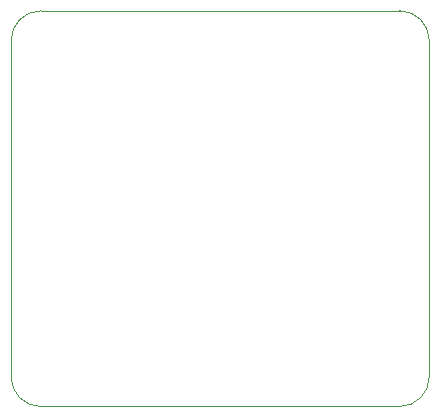
<source format=gm1>
G04 #@! TF.GenerationSoftware,KiCad,Pcbnew,6.0.11+dfsg-1~bpo11+1*
G04 #@! TF.CreationDate,2023-03-04T12:31:31-08:00*
G04 #@! TF.ProjectId,sx1280_breakout,73783132-3830-45f6-9272-65616b6f7574,rev?*
G04 #@! TF.SameCoordinates,Original*
G04 #@! TF.FileFunction,Profile,NP*
%FSLAX46Y46*%
G04 Gerber Fmt 4.6, Leading zero omitted, Abs format (unit mm)*
G04 Created by KiCad (PCBNEW 6.0.11+dfsg-1~bpo11+1) date 2023-03-04 12:31:31*
%MOMM*%
%LPD*%
G01*
G04 APERTURE LIST*
G04 #@! TA.AperFunction,Profile*
%ADD10C,0.100000*%
G04 #@! TD*
G04 APERTURE END LIST*
D10*
X122000000Y-120000000D02*
G75*
G03*
X124500000Y-122500000I2500000J0D01*
G01*
X154900000Y-122500000D02*
G75*
G03*
X157400000Y-120000000I0J2500000D01*
G01*
X157400000Y-91500000D02*
G75*
G03*
X154900000Y-89000000I-2500000J0D01*
G01*
X124500000Y-89000000D02*
G75*
G03*
X122000000Y-91500000I0J-2500000D01*
G01*
X157400000Y-120000000D02*
X157400000Y-91500000D01*
X124500000Y-122500000D02*
X154900000Y-122500000D01*
X124500000Y-89000000D02*
X154900000Y-89000000D01*
X122000000Y-91500000D02*
X122000000Y-120000000D01*
M02*

</source>
